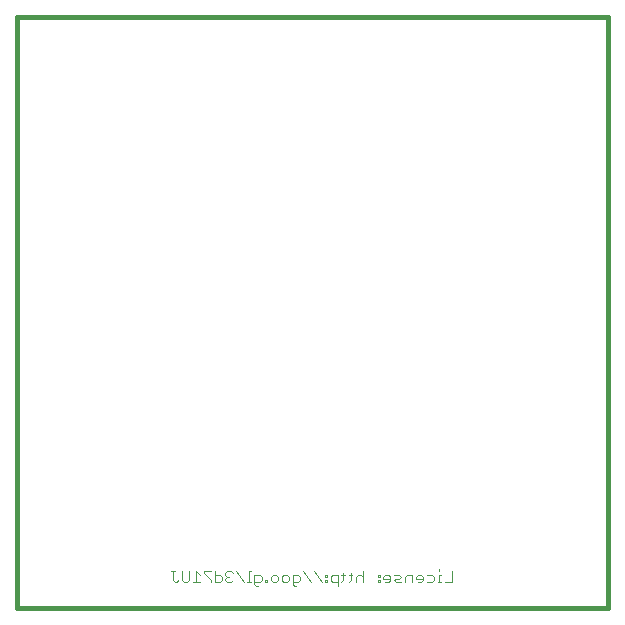
<source format=gbo>
G75*
%MOIN*%
%OFA0B0*%
%FSLAX25Y25*%
%IPPOS*%
%LPD*%
%AMOC8*
5,1,8,0,0,1.08239X$1,22.5*
%
%ADD10C,0.00300*%
%ADD11C,0.01600*%
D10*
X0053673Y0010925D02*
X0053673Y0013959D01*
X0054280Y0013959D02*
X0053066Y0013959D01*
X0053673Y0010925D02*
X0054280Y0010319D01*
X0054886Y0010319D01*
X0055493Y0010925D01*
X0056691Y0010925D02*
X0056691Y0013959D01*
X0059118Y0013959D02*
X0059118Y0010925D01*
X0058511Y0010319D01*
X0057298Y0010319D01*
X0056691Y0010925D01*
X0060317Y0010319D02*
X0062743Y0010319D01*
X0061530Y0010319D02*
X0061530Y0013959D01*
X0062743Y0012745D01*
X0063942Y0013352D02*
X0066368Y0010925D01*
X0066368Y0010319D01*
X0067567Y0010319D02*
X0069387Y0010319D01*
X0069994Y0010925D01*
X0069994Y0012139D01*
X0069387Y0012745D01*
X0067567Y0012745D01*
X0067567Y0013959D02*
X0067567Y0010319D01*
X0066368Y0013959D02*
X0063942Y0013959D01*
X0063942Y0013352D01*
X0071192Y0013352D02*
X0071192Y0012745D01*
X0071799Y0012139D01*
X0071192Y0011532D01*
X0071192Y0010925D01*
X0071799Y0010319D01*
X0073012Y0010319D01*
X0073619Y0010925D01*
X0072405Y0012139D02*
X0071799Y0012139D01*
X0071192Y0013352D02*
X0071799Y0013959D01*
X0073012Y0013959D01*
X0073619Y0013352D01*
X0074817Y0013959D02*
X0077244Y0010319D01*
X0078447Y0010319D02*
X0079661Y0010319D01*
X0079054Y0010319D02*
X0079054Y0013959D01*
X0079661Y0013959D01*
X0080859Y0012745D02*
X0082679Y0012745D01*
X0083286Y0012139D01*
X0083286Y0010925D01*
X0082679Y0010319D01*
X0080859Y0010319D01*
X0080859Y0009712D02*
X0080859Y0012745D01*
X0080859Y0009712D02*
X0081466Y0009105D01*
X0082072Y0009105D01*
X0084492Y0010319D02*
X0085098Y0010319D01*
X0085098Y0010925D01*
X0084492Y0010925D01*
X0084492Y0010319D01*
X0086297Y0010925D02*
X0086297Y0012139D01*
X0086903Y0012745D01*
X0088117Y0012745D01*
X0088723Y0012139D01*
X0088723Y0010925D01*
X0088117Y0010319D01*
X0086903Y0010319D01*
X0086297Y0010925D01*
X0089922Y0010925D02*
X0089922Y0012139D01*
X0090529Y0012745D01*
X0091742Y0012745D01*
X0092349Y0012139D01*
X0092349Y0010925D01*
X0091742Y0010319D01*
X0090529Y0010319D01*
X0089922Y0010925D01*
X0093547Y0010319D02*
X0095367Y0010319D01*
X0095974Y0010925D01*
X0095974Y0012139D01*
X0095367Y0012745D01*
X0093547Y0012745D01*
X0093547Y0009712D01*
X0094154Y0009105D01*
X0094760Y0009105D01*
X0099599Y0010319D02*
X0097172Y0013959D01*
X0100797Y0013959D02*
X0103224Y0010319D01*
X0104430Y0010319D02*
X0105037Y0010319D01*
X0105037Y0010925D01*
X0104430Y0010925D01*
X0104430Y0010319D01*
X0104430Y0012139D02*
X0105037Y0012139D01*
X0105037Y0012745D01*
X0104430Y0012745D01*
X0104430Y0012139D01*
X0106235Y0012139D02*
X0106235Y0010925D01*
X0106842Y0010319D01*
X0108662Y0010319D01*
X0109865Y0010319D02*
X0110472Y0010925D01*
X0110472Y0013352D01*
X0111078Y0012745D02*
X0109865Y0012745D01*
X0108662Y0012745D02*
X0106842Y0012745D01*
X0106235Y0012139D01*
X0108662Y0012745D02*
X0108662Y0009105D01*
X0112282Y0010319D02*
X0112888Y0010925D01*
X0112888Y0013352D01*
X0112282Y0012745D02*
X0113495Y0012745D01*
X0114694Y0012139D02*
X0114694Y0010319D01*
X0114694Y0012139D02*
X0115300Y0012745D01*
X0116514Y0012745D01*
X0117120Y0012139D01*
X0117120Y0013959D02*
X0117120Y0010319D01*
X0121951Y0010319D02*
X0122558Y0010319D01*
X0122558Y0010925D01*
X0121951Y0010925D01*
X0121951Y0010319D01*
X0121951Y0012139D02*
X0122558Y0012139D01*
X0122558Y0012745D01*
X0121951Y0012745D01*
X0121951Y0012139D01*
X0123756Y0012139D02*
X0123756Y0011532D01*
X0126183Y0011532D01*
X0126183Y0010925D02*
X0126183Y0012139D01*
X0125576Y0012745D01*
X0124363Y0012745D01*
X0123756Y0012139D01*
X0124363Y0010319D02*
X0125576Y0010319D01*
X0126183Y0010925D01*
X0127382Y0010925D02*
X0127988Y0011532D01*
X0129202Y0011532D01*
X0129808Y0012139D01*
X0129202Y0012745D01*
X0127382Y0012745D01*
X0127382Y0010925D02*
X0127988Y0010319D01*
X0129808Y0010319D01*
X0131007Y0010319D02*
X0131007Y0012139D01*
X0131613Y0012745D01*
X0133433Y0012745D01*
X0133433Y0010319D01*
X0134632Y0011532D02*
X0134632Y0012139D01*
X0135238Y0012745D01*
X0136452Y0012745D01*
X0137059Y0012139D01*
X0137059Y0010925D01*
X0136452Y0010319D01*
X0135238Y0010319D01*
X0134632Y0011532D02*
X0137059Y0011532D01*
X0138257Y0012745D02*
X0140077Y0012745D01*
X0140684Y0012139D01*
X0140684Y0010925D01*
X0140077Y0010319D01*
X0138257Y0010319D01*
X0141887Y0010319D02*
X0143100Y0010319D01*
X0142494Y0010319D02*
X0142494Y0012745D01*
X0143100Y0012745D01*
X0142494Y0013959D02*
X0142494Y0014565D01*
X0146726Y0013959D02*
X0146726Y0010319D01*
X0144299Y0010319D01*
D11*
X0198650Y0001800D02*
X0001800Y0001800D01*
X0001800Y0198650D01*
X0198650Y0198650D01*
X0198650Y0001800D01*
M02*

</source>
